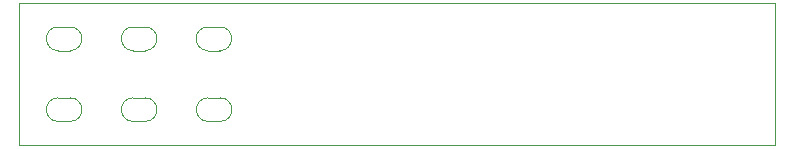
<source format=gbr>
G04 #@! TF.GenerationSoftware,KiCad,Pcbnew,9.0.2*
G04 #@! TF.CreationDate,2025-08-29T18:44:53+02:00*
G04 #@! TF.ProjectId,sio2flip,73696f32-666c-4697-902e-6b696361645f,rev?*
G04 #@! TF.SameCoordinates,Original*
G04 #@! TF.FileFunction,Profile,NP*
%FSLAX46Y46*%
G04 Gerber Fmt 4.6, Leading zero omitted, Abs format (unit mm)*
G04 Created by KiCad (PCBNEW 9.0.2) date 2025-08-29 18:44:53*
%MOMM*%
%LPD*%
G01*
G04 APERTURE LIST*
G04 #@! TA.AperFunction,Profile*
%ADD10C,0.050000*%
G04 #@! TD*
G04 APERTURE END LIST*
D10*
X129150000Y-93000000D02*
G75*
G02*
X129150000Y-95000000I0J-1000000D01*
G01*
X121800000Y-93000000D02*
X122800000Y-93000000D01*
X128150000Y-95000000D02*
G75*
G02*
X128150000Y-93000000I0J1000000D01*
G01*
X121800000Y-95000000D02*
G75*
G02*
X121800000Y-93000000I0J1000000D01*
G01*
X134484000Y-89000000D02*
X135484000Y-89000000D01*
X121800000Y-89000000D02*
G75*
G02*
X121800000Y-87000000I0J1000000D01*
G01*
X134484000Y-89000000D02*
G75*
G02*
X134484000Y-87000000I0J1000000D01*
G01*
X121800000Y-87000000D02*
X122800000Y-87000000D01*
X134500000Y-95000000D02*
X135500000Y-95000000D01*
X122800000Y-87000000D02*
G75*
G02*
X122800000Y-89000000I0J-1000000D01*
G01*
X121800000Y-95000000D02*
X122800000Y-95000000D01*
X122800000Y-93000000D02*
G75*
G02*
X122800000Y-95000000I0J-1000000D01*
G01*
X128150000Y-87000000D02*
X129150000Y-87000000D01*
X128150000Y-89000000D02*
X129150000Y-89000000D01*
X135484000Y-87000000D02*
G75*
G02*
X135484000Y-89000000I0J-1000000D01*
G01*
X128150000Y-93000000D02*
X129150000Y-93000000D01*
X118500000Y-85015591D02*
X182500000Y-85015591D01*
X182500000Y-97009342D01*
X118500000Y-97009342D01*
X118500000Y-85015591D01*
X135500000Y-93000000D02*
G75*
G02*
X135500000Y-95000000I0J-1000000D01*
G01*
X128150000Y-89000000D02*
G75*
G02*
X128150000Y-87000000I0J1000000D01*
G01*
X134484000Y-87000000D02*
X135484000Y-87000000D01*
X129150000Y-87000000D02*
G75*
G02*
X129150000Y-89000000I0J-1000000D01*
G01*
X128150000Y-95000000D02*
X129150000Y-95000000D01*
X121800000Y-89000000D02*
X122800000Y-89000000D01*
X134500000Y-93000000D02*
X135500000Y-93000000D01*
X134500000Y-95000000D02*
G75*
G02*
X134500000Y-93000000I0J1000000D01*
G01*
M02*

</source>
